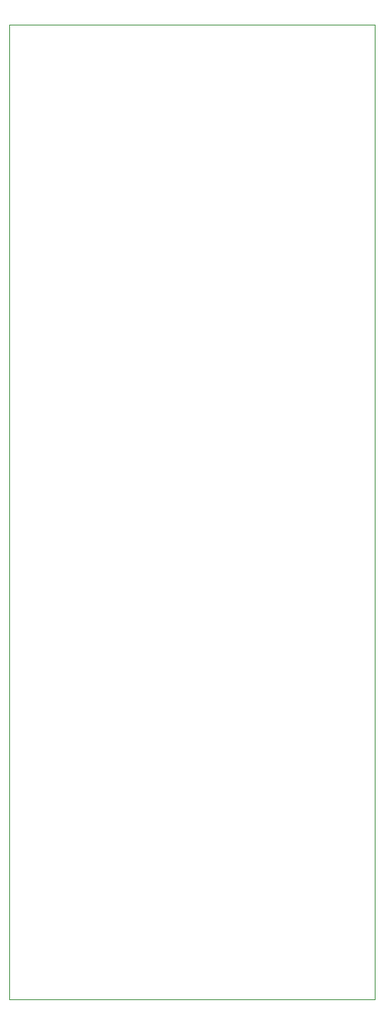
<source format=gbr>
G04 #@! TF.GenerationSoftware,KiCad,Pcbnew,(5.1.0)-1*
G04 #@! TF.CreationDate,2019-10-23T13:14:03-05:00*
G04 #@! TF.ProjectId,logiverter,6c6f6769-7665-4727-9465-722e6b696361,rev?*
G04 #@! TF.SameCoordinates,Original*
G04 #@! TF.FileFunction,Profile,NP*
%FSLAX46Y46*%
G04 Gerber Fmt 4.6, Leading zero omitted, Abs format (unit mm)*
G04 Created by KiCad (PCBNEW (5.1.0)-1) date 2019-10-23 13:14:03*
%MOMM*%
%LPD*%
G04 APERTURE LIST*
%ADD10C,0.050000*%
G04 APERTURE END LIST*
D10*
X76454000Y-202565000D02*
X76454000Y-95504000D01*
X116586000Y-202565000D02*
X76454000Y-202565000D01*
X116586000Y-95504000D02*
X76454000Y-95504000D01*
X116586000Y-202565000D02*
X116586000Y-95504000D01*
M02*

</source>
